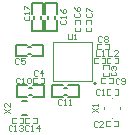
<source format=gto>
G04*
G04 #@! TF.GenerationSoftware,Altium Limited,Altium Designer,19.0.15 (446)*
G04*
G04 Layer_Color=65535*
%FSLAX24Y24*%
%MOIN*%
G70*
G01*
G75*
%ADD10C,0.0079*%
%ADD11C,0.0060*%
%ADD12C,0.0049*%
D10*
X846Y-827D02*
G03*
X846Y-827I-39J0D01*
G01*
X-1417Y157D02*
X-1339D01*
X-1417Y394D02*
X-1339D01*
X-1230Y1339D02*
Y1417D01*
X-994Y1339D02*
Y1417D01*
X-1388Y-965D02*
X-1309D01*
X-1388Y-1201D02*
X-1309D01*
X-1643Y-1402D02*
X-1454D01*
X-1643Y-1874D02*
X-1454D01*
X-531Y1339D02*
Y1417D01*
X-768Y1339D02*
Y1417D01*
X-217Y-1201D02*
X-138D01*
X-217Y-965D02*
X-138D01*
D11*
X-1841Y79D02*
Y472D01*
X-915Y79D02*
Y472D01*
X-1280Y79D02*
X-915D01*
X-1841D02*
X-1476D01*
X-1280Y472D02*
X-915D01*
X-1841D02*
X-1476D01*
X-1309Y1841D02*
X-915D01*
X-1309Y915D02*
X-915D01*
X-1309D02*
Y1280D01*
Y1476D02*
Y1841D01*
X-915Y915D02*
Y1280D01*
Y1476D02*
Y1841D01*
X-1811Y-886D02*
X-1447D01*
X-1250D02*
X-886D01*
X-1811Y-1280D02*
X-1447D01*
X-1250D02*
X-886D01*
Y-886D01*
X-1811Y-1280D02*
Y-886D01*
X-453Y1476D02*
Y1841D01*
Y915D02*
Y1280D01*
X-846Y1476D02*
Y1841D01*
Y915D02*
Y1280D01*
Y915D02*
X-453D01*
X-846Y1841D02*
X-453D01*
X-79Y-1280D02*
X285D01*
X-640D02*
X-276D01*
X-79Y-886D02*
X285D01*
X-640D02*
X-276D01*
X-640Y-1280D02*
Y-886D01*
X285Y-1280D02*
Y-886D01*
D12*
X1457Y-1199D02*
X1581D01*
X1195D02*
X1319D01*
X1457Y-1026D02*
X1581D01*
X1195D02*
X1319D01*
X1195Y-1199D02*
Y-1026D01*
X1581Y-1199D02*
Y-1026D01*
X1177Y-2079D02*
X1301D01*
X1439D02*
X1563D01*
X1177Y-2252D02*
X1301D01*
X1439D02*
X1563D01*
Y-2079D01*
X1177Y-2252D02*
Y-2079D01*
X1100Y-1683D02*
Y-1604D01*
X1360Y-1990D02*
X1376D01*
X1636Y-1683D02*
Y-1604D01*
X1360Y-1297D02*
X1376D01*
X-591Y-728D02*
Y571D01*
X709Y-728D02*
Y571D01*
X-591D02*
X709D01*
X-591Y-728D02*
X709D01*
X1394Y-808D02*
Y-635D01*
X1008Y-808D02*
Y-635D01*
X1132D01*
X1270D02*
X1394D01*
X1008Y-808D02*
X1132D01*
X1270D02*
X1394D01*
X1581Y-155D02*
Y18D01*
X1195Y-155D02*
Y18D01*
X1319D01*
X1457D02*
X1581D01*
X1195Y-155D02*
X1319D01*
X1457D02*
X1581D01*
X1151Y-155D02*
Y18D01*
X765Y-155D02*
Y18D01*
X889D01*
X1027D02*
X1151D01*
X765Y-155D02*
X889D01*
X1027D02*
X1151D01*
X-1525Y-1974D02*
X-1401Y-1974D01*
X-1263Y-1974D02*
X-1139D01*
X-1525Y-2148D02*
X-1401D01*
X-1263D02*
X-1139D01*
Y-1974D01*
X-1525Y-2148D02*
Y-1974D01*
X-1706Y-2148D02*
X-1582D01*
X-1967D02*
X-1843D01*
X-1706Y-1974D02*
X-1582Y-1974D01*
X-1967D02*
X-1843D01*
X-1967Y-2148D02*
X-1967Y-1974D01*
X-1582Y-2148D02*
Y-1974D01*
X1141Y332D02*
X1265D01*
X880D02*
X1004D01*
X1141Y505D02*
X1265D01*
X880D02*
X1004D01*
X880Y332D02*
Y505D01*
X1265Y332D02*
Y505D01*
X687Y1171D02*
Y1295D01*
Y909D02*
Y1033D01*
X514Y1171D02*
Y1295D01*
Y909D02*
Y1033D01*
Y909D02*
X687D01*
X514Y1295D02*
X687D01*
X314Y1171D02*
Y1295D01*
Y909D02*
Y1033D01*
X141Y1171D02*
Y1295D01*
Y909D02*
Y1033D01*
Y909D02*
X314D01*
X141Y1295D02*
X314D01*
X-1266Y-652D02*
X-1142D01*
X-1004D02*
X-880D01*
X-1266Y-825D02*
X-1142D01*
X-1004D02*
X-880D01*
Y-652D01*
X-1266Y-825D02*
Y-652D01*
X1259Y-330D02*
Y-206D01*
Y-592D02*
Y-468D01*
X1086Y-330D02*
Y-206D01*
Y-592D02*
Y-468D01*
Y-592D02*
X1259D01*
X1086Y-206D02*
X1259D01*
X-1719Y-18D02*
X-1752Y15D01*
X-1818D01*
X-1850Y-18D01*
Y-149D01*
X-1818Y-182D01*
X-1752D01*
X-1719Y-149D01*
X-1522Y15D02*
X-1654D01*
Y-84D01*
X-1588Y-51D01*
X-1555D01*
X-1522Y-84D01*
Y-149D01*
X-1555Y-182D01*
X-1621D01*
X-1654Y-149D01*
X-1542Y1411D02*
X-1575Y1378D01*
Y1312D01*
X-1542Y1280D01*
X-1411D01*
X-1378Y1312D01*
Y1378D01*
X-1411Y1411D01*
X-1378Y1476D02*
Y1542D01*
Y1509D01*
X-1575D01*
X-1542Y1476D01*
X-1575Y1640D02*
Y1771D01*
X-1542D01*
X-1411Y1640D01*
X-1378D01*
X973Y-1051D02*
X940Y-1019D01*
X874D01*
X842Y-1051D01*
Y-1183D01*
X874Y-1215D01*
X940D01*
X973Y-1183D01*
X1038Y-1215D02*
X1104D01*
X1071D01*
Y-1019D01*
X1038Y-1051D01*
X889Y-2104D02*
X856Y-2071D01*
X791D01*
X758Y-2104D01*
Y-2235D01*
X791Y-2267D01*
X856D01*
X889Y-2235D01*
X1086Y-2267D02*
X955D01*
X1086Y-2136D01*
Y-2104D01*
X1053Y-2071D01*
X987D01*
X955Y-2104D01*
X707Y-1772D02*
X904Y-1641D01*
X707D02*
X904Y-1772D01*
Y-1575D02*
Y-1509D01*
Y-1542D01*
X707D01*
X740Y-1575D01*
X-1690Y-661D02*
X-1722Y-628D01*
X-1788D01*
X-1821Y-661D01*
Y-792D01*
X-1788Y-825D01*
X-1722D01*
X-1690Y-792D01*
X-1624Y-825D02*
X-1558D01*
X-1591D01*
Y-628D01*
X-1624Y-661D01*
X-1460D02*
X-1427Y-628D01*
X-1362D01*
X-1329Y-661D01*
Y-792D01*
X-1362Y-825D01*
X-1427D01*
X-1460Y-792D01*
Y-661D01*
X-98Y837D02*
Y673D01*
X-66Y640D01*
X-0D01*
X33Y673D01*
Y837D01*
X98Y640D02*
X164D01*
X131D01*
Y837D01*
X98Y804D01*
X1621Y-671D02*
X1588Y-639D01*
X1523D01*
X1490Y-671D01*
Y-803D01*
X1523Y-835D01*
X1588D01*
X1621Y-803D01*
X1687D02*
X1720Y-835D01*
X1785D01*
X1818Y-803D01*
Y-671D01*
X1785Y-639D01*
X1720D01*
X1687Y-671D01*
Y-704D01*
X1720Y-737D01*
X1818D01*
X1047Y735D02*
X1014Y768D01*
X948D01*
X915Y735D01*
Y604D01*
X948Y571D01*
X1014D01*
X1047Y604D01*
X1112Y735D02*
X1145Y768D01*
X1211D01*
X1243Y735D01*
Y702D01*
X1211Y669D01*
X1243Y636D01*
Y604D01*
X1211Y571D01*
X1145D01*
X1112Y604D01*
Y636D01*
X1145Y669D01*
X1112Y702D01*
Y735D01*
X1145Y669D02*
X1211D01*
X1230Y277D02*
Y80D01*
X1361D01*
X1558D02*
X1427D01*
X1558Y211D01*
Y244D01*
X1525Y277D01*
X1460D01*
X1427Y244D01*
X1356Y-429D02*
X1323Y-462D01*
Y-527D01*
X1356Y-560D01*
X1487D01*
X1520Y-527D01*
Y-462D01*
X1487Y-429D01*
X1356Y-363D02*
X1323Y-330D01*
Y-265D01*
X1356Y-232D01*
X1389D01*
X1422Y-265D01*
Y-298D01*
Y-265D01*
X1454Y-232D01*
X1487D01*
X1520Y-265D01*
Y-330D01*
X1487Y-363D01*
X830Y277D02*
Y80D01*
X961D01*
X1027D02*
X1092D01*
X1060D01*
Y277D01*
X1027Y244D01*
X-341Y1302D02*
X-374Y1270D01*
Y1204D01*
X-341Y1171D01*
X-210D01*
X-177Y1204D01*
Y1270D01*
X-210Y1302D01*
X-177Y1368D02*
Y1434D01*
Y1401D01*
X-374D01*
X-341Y1368D01*
X-374Y1663D02*
X-341Y1598D01*
X-276Y1532D01*
X-210D01*
X-177Y1565D01*
Y1630D01*
X-210Y1663D01*
X-243D01*
X-276Y1630D01*
Y1532D01*
X-1385Y-2238D02*
X-1417Y-2205D01*
X-1483D01*
X-1516Y-2238D01*
Y-2369D01*
X-1483Y-2402D01*
X-1417D01*
X-1385Y-2369D01*
X-1319Y-2402D02*
X-1253D01*
X-1286D01*
Y-2205D01*
X-1319Y-2238D01*
X-1057Y-2402D02*
Y-2205D01*
X-1155Y-2303D01*
X-1024D01*
X-1946Y-2247D02*
X-1978Y-2215D01*
X-2044D01*
X-2077Y-2247D01*
Y-2379D01*
X-2044Y-2411D01*
X-1978D01*
X-1946Y-2379D01*
X-1880Y-2411D02*
X-1814D01*
X-1847D01*
Y-2215D01*
X-1880Y-2247D01*
X-1716D02*
X-1683Y-2215D01*
X-1618D01*
X-1585Y-2247D01*
Y-2280D01*
X-1618Y-2313D01*
X-1650D01*
X-1618D01*
X-1585Y-2346D01*
Y-2379D01*
X-1618Y-2411D01*
X-1683D01*
X-1716Y-2379D01*
X-1109Y-407D02*
X-1142Y-374D01*
X-1207D01*
X-1240Y-407D01*
Y-538D01*
X-1207Y-571D01*
X-1142D01*
X-1109Y-538D01*
X-945Y-571D02*
Y-374D01*
X-1043Y-472D01*
X-912D01*
X525Y1509D02*
X492Y1476D01*
Y1411D01*
X525Y1378D01*
X656D01*
X689Y1411D01*
Y1476D01*
X656Y1509D01*
X492Y1575D02*
Y1706D01*
X525D01*
X656Y1575D01*
X689D01*
X153Y1513D02*
X121Y1481D01*
Y1415D01*
X153Y1382D01*
X285D01*
X317Y1415D01*
Y1481D01*
X285Y1513D01*
X121Y1710D02*
X153Y1645D01*
X219Y1579D01*
X285D01*
X317Y1612D01*
Y1677D01*
X285Y1710D01*
X252D01*
X219Y1677D01*
Y1579D01*
X-2234Y-1801D02*
X-2037Y-1670D01*
X-2234D02*
X-2037Y-1801D01*
Y-1473D02*
Y-1604D01*
X-2169Y-1473D01*
X-2201D01*
X-2234Y-1506D01*
Y-1572D01*
X-2201Y-1604D01*
X-292Y-1391D02*
X-325Y-1358D01*
X-390D01*
X-423Y-1391D01*
Y-1522D01*
X-390Y-1555D01*
X-325D01*
X-292Y-1522D01*
X-226Y-1555D02*
X-161D01*
X-194D01*
Y-1358D01*
X-226Y-1391D01*
X-62Y-1555D02*
X3D01*
X-30D01*
Y-1358D01*
X-62Y-1391D01*
M02*

</source>
